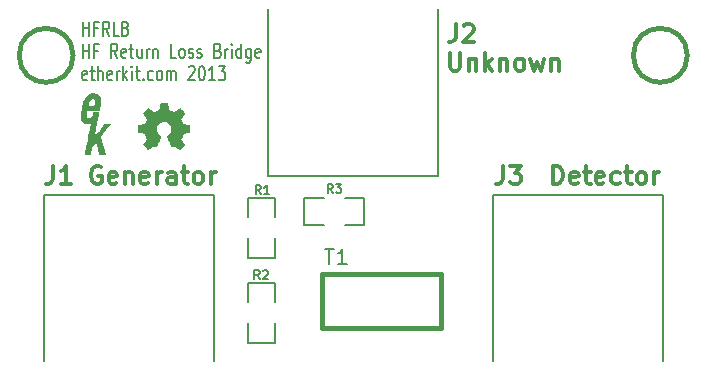
<source format=gto>
G04 (created by PCBNEW (2013-mar-13)-testing) date Sun 08 Sep 2013 12:49:30 PM PDT*
%MOIN*%
G04 Gerber Fmt 3.4, Leading zero omitted, Abs format*
%FSLAX34Y34*%
G01*
G70*
G90*
G04 APERTURE LIST*
%ADD10C,0.005906*%
%ADD11C,0.007874*%
%ADD12C,0.005000*%
%ADD13C,0.015000*%
%ADD14C,0.000100*%
%ADD15C,0.012000*%
G04 APERTURE END LIST*
G54D10*
G54D11*
X42170Y-40292D02*
X42170Y-39820D01*
X42170Y-40044D02*
X42373Y-40044D01*
X42373Y-40292D02*
X42373Y-39820D01*
X42660Y-40044D02*
X42542Y-40044D01*
X42542Y-40292D02*
X42542Y-39820D01*
X42710Y-39820D01*
X43048Y-40292D02*
X42930Y-40067D01*
X42845Y-40292D02*
X42845Y-39820D01*
X42980Y-39820D01*
X43014Y-39842D01*
X43031Y-39865D01*
X43048Y-39910D01*
X43048Y-39977D01*
X43031Y-40022D01*
X43014Y-40044D01*
X42980Y-40067D01*
X42845Y-40067D01*
X43368Y-40292D02*
X43200Y-40292D01*
X43200Y-39820D01*
X43605Y-40044D02*
X43655Y-40067D01*
X43672Y-40089D01*
X43689Y-40134D01*
X43689Y-40202D01*
X43672Y-40247D01*
X43655Y-40269D01*
X43622Y-40292D01*
X43487Y-40292D01*
X43487Y-39820D01*
X43605Y-39820D01*
X43638Y-39842D01*
X43655Y-39865D01*
X43672Y-39910D01*
X43672Y-39955D01*
X43655Y-40000D01*
X43638Y-40022D01*
X43605Y-40044D01*
X43487Y-40044D01*
X42170Y-41032D02*
X42170Y-40560D01*
X42170Y-40785D02*
X42373Y-40785D01*
X42373Y-41032D02*
X42373Y-40560D01*
X42660Y-40785D02*
X42542Y-40785D01*
X42542Y-41032D02*
X42542Y-40560D01*
X42710Y-40560D01*
X43318Y-41032D02*
X43200Y-40807D01*
X43115Y-41032D02*
X43115Y-40560D01*
X43250Y-40560D01*
X43284Y-40582D01*
X43301Y-40605D01*
X43318Y-40650D01*
X43318Y-40717D01*
X43301Y-40762D01*
X43284Y-40785D01*
X43250Y-40807D01*
X43115Y-40807D01*
X43605Y-41010D02*
X43571Y-41032D01*
X43503Y-41032D01*
X43470Y-41010D01*
X43453Y-40965D01*
X43453Y-40785D01*
X43470Y-40740D01*
X43503Y-40717D01*
X43571Y-40717D01*
X43605Y-40740D01*
X43622Y-40785D01*
X43622Y-40830D01*
X43453Y-40875D01*
X43723Y-40717D02*
X43858Y-40717D01*
X43773Y-40560D02*
X43773Y-40965D01*
X43790Y-41010D01*
X43824Y-41032D01*
X43858Y-41032D01*
X44128Y-40717D02*
X44128Y-41032D01*
X43976Y-40717D02*
X43976Y-40965D01*
X43993Y-41010D01*
X44026Y-41032D01*
X44077Y-41032D01*
X44111Y-41010D01*
X44128Y-40987D01*
X44296Y-41032D02*
X44296Y-40717D01*
X44296Y-40807D02*
X44313Y-40762D01*
X44330Y-40740D01*
X44364Y-40717D01*
X44398Y-40717D01*
X44516Y-40717D02*
X44516Y-41032D01*
X44516Y-40762D02*
X44533Y-40740D01*
X44566Y-40717D01*
X44617Y-40717D01*
X44651Y-40740D01*
X44668Y-40785D01*
X44668Y-41032D01*
X45275Y-41032D02*
X45106Y-41032D01*
X45106Y-40560D01*
X45444Y-41032D02*
X45410Y-41010D01*
X45393Y-40987D01*
X45376Y-40942D01*
X45376Y-40807D01*
X45393Y-40762D01*
X45410Y-40740D01*
X45444Y-40717D01*
X45494Y-40717D01*
X45528Y-40740D01*
X45545Y-40762D01*
X45562Y-40807D01*
X45562Y-40942D01*
X45545Y-40987D01*
X45528Y-41010D01*
X45494Y-41032D01*
X45444Y-41032D01*
X45697Y-41010D02*
X45731Y-41032D01*
X45798Y-41032D01*
X45832Y-41010D01*
X45849Y-40965D01*
X45849Y-40942D01*
X45832Y-40897D01*
X45798Y-40875D01*
X45748Y-40875D01*
X45714Y-40852D01*
X45697Y-40807D01*
X45697Y-40785D01*
X45714Y-40740D01*
X45748Y-40717D01*
X45798Y-40717D01*
X45832Y-40740D01*
X45984Y-41010D02*
X46017Y-41032D01*
X46085Y-41032D01*
X46119Y-41010D01*
X46136Y-40965D01*
X46136Y-40942D01*
X46119Y-40897D01*
X46085Y-40875D01*
X46034Y-40875D01*
X46001Y-40852D01*
X45984Y-40807D01*
X45984Y-40785D01*
X46001Y-40740D01*
X46034Y-40717D01*
X46085Y-40717D01*
X46119Y-40740D01*
X46676Y-40785D02*
X46726Y-40807D01*
X46743Y-40830D01*
X46760Y-40875D01*
X46760Y-40942D01*
X46743Y-40987D01*
X46726Y-41010D01*
X46692Y-41032D01*
X46557Y-41032D01*
X46557Y-40560D01*
X46676Y-40560D01*
X46709Y-40582D01*
X46726Y-40605D01*
X46743Y-40650D01*
X46743Y-40695D01*
X46726Y-40740D01*
X46709Y-40762D01*
X46676Y-40785D01*
X46557Y-40785D01*
X46912Y-41032D02*
X46912Y-40717D01*
X46912Y-40807D02*
X46929Y-40762D01*
X46946Y-40740D01*
X46979Y-40717D01*
X47013Y-40717D01*
X47131Y-41032D02*
X47131Y-40717D01*
X47131Y-40560D02*
X47114Y-40582D01*
X47131Y-40605D01*
X47148Y-40582D01*
X47131Y-40560D01*
X47131Y-40605D01*
X47452Y-41032D02*
X47452Y-40560D01*
X47452Y-41010D02*
X47418Y-41032D01*
X47350Y-41032D01*
X47317Y-41010D01*
X47300Y-40987D01*
X47283Y-40942D01*
X47283Y-40807D01*
X47300Y-40762D01*
X47317Y-40740D01*
X47350Y-40717D01*
X47418Y-40717D01*
X47452Y-40740D01*
X47772Y-40717D02*
X47772Y-41100D01*
X47755Y-41145D01*
X47739Y-41167D01*
X47705Y-41190D01*
X47654Y-41190D01*
X47620Y-41167D01*
X47772Y-41010D02*
X47739Y-41032D01*
X47671Y-41032D01*
X47637Y-41010D01*
X47620Y-40987D01*
X47604Y-40942D01*
X47604Y-40807D01*
X47620Y-40762D01*
X47637Y-40740D01*
X47671Y-40717D01*
X47739Y-40717D01*
X47772Y-40740D01*
X48076Y-41010D02*
X48042Y-41032D01*
X47975Y-41032D01*
X47941Y-41010D01*
X47924Y-40965D01*
X47924Y-40785D01*
X47941Y-40740D01*
X47975Y-40717D01*
X48042Y-40717D01*
X48076Y-40740D01*
X48093Y-40785D01*
X48093Y-40830D01*
X47924Y-40875D01*
X42305Y-41750D02*
X42272Y-41772D01*
X42204Y-41772D01*
X42170Y-41750D01*
X42154Y-41705D01*
X42154Y-41525D01*
X42170Y-41480D01*
X42204Y-41457D01*
X42272Y-41457D01*
X42305Y-41480D01*
X42322Y-41525D01*
X42322Y-41570D01*
X42154Y-41615D01*
X42424Y-41457D02*
X42559Y-41457D01*
X42474Y-41300D02*
X42474Y-41705D01*
X42491Y-41750D01*
X42525Y-41772D01*
X42559Y-41772D01*
X42677Y-41772D02*
X42677Y-41300D01*
X42829Y-41772D02*
X42829Y-41525D01*
X42812Y-41480D01*
X42778Y-41457D01*
X42727Y-41457D01*
X42694Y-41480D01*
X42677Y-41502D01*
X43132Y-41750D02*
X43098Y-41772D01*
X43031Y-41772D01*
X42997Y-41750D01*
X42980Y-41705D01*
X42980Y-41525D01*
X42997Y-41480D01*
X43031Y-41457D01*
X43098Y-41457D01*
X43132Y-41480D01*
X43149Y-41525D01*
X43149Y-41570D01*
X42980Y-41615D01*
X43301Y-41772D02*
X43301Y-41457D01*
X43301Y-41547D02*
X43318Y-41502D01*
X43335Y-41480D01*
X43368Y-41457D01*
X43402Y-41457D01*
X43520Y-41772D02*
X43520Y-41300D01*
X43554Y-41592D02*
X43655Y-41772D01*
X43655Y-41457D02*
X43520Y-41637D01*
X43807Y-41772D02*
X43807Y-41457D01*
X43807Y-41300D02*
X43790Y-41322D01*
X43807Y-41345D01*
X43824Y-41322D01*
X43807Y-41300D01*
X43807Y-41345D01*
X43925Y-41457D02*
X44060Y-41457D01*
X43976Y-41300D02*
X43976Y-41705D01*
X43993Y-41750D01*
X44026Y-41772D01*
X44060Y-41772D01*
X44178Y-41727D02*
X44195Y-41750D01*
X44178Y-41772D01*
X44161Y-41750D01*
X44178Y-41727D01*
X44178Y-41772D01*
X44499Y-41750D02*
X44465Y-41772D01*
X44398Y-41772D01*
X44364Y-41750D01*
X44347Y-41727D01*
X44330Y-41682D01*
X44330Y-41547D01*
X44347Y-41502D01*
X44364Y-41480D01*
X44398Y-41457D01*
X44465Y-41457D01*
X44499Y-41480D01*
X44701Y-41772D02*
X44668Y-41750D01*
X44651Y-41727D01*
X44634Y-41682D01*
X44634Y-41547D01*
X44651Y-41502D01*
X44668Y-41480D01*
X44701Y-41457D01*
X44752Y-41457D01*
X44786Y-41480D01*
X44803Y-41502D01*
X44820Y-41547D01*
X44820Y-41682D01*
X44803Y-41727D01*
X44786Y-41750D01*
X44752Y-41772D01*
X44701Y-41772D01*
X44971Y-41772D02*
X44971Y-41457D01*
X44971Y-41502D02*
X44988Y-41480D01*
X45022Y-41457D01*
X45073Y-41457D01*
X45106Y-41480D01*
X45123Y-41525D01*
X45123Y-41772D01*
X45123Y-41525D02*
X45140Y-41480D01*
X45174Y-41457D01*
X45224Y-41457D01*
X45258Y-41480D01*
X45275Y-41525D01*
X45275Y-41772D01*
X45697Y-41345D02*
X45714Y-41322D01*
X45748Y-41300D01*
X45832Y-41300D01*
X45866Y-41322D01*
X45883Y-41345D01*
X45899Y-41390D01*
X45899Y-41435D01*
X45883Y-41502D01*
X45680Y-41772D01*
X45899Y-41772D01*
X46119Y-41300D02*
X46152Y-41300D01*
X46186Y-41322D01*
X46203Y-41345D01*
X46220Y-41390D01*
X46237Y-41480D01*
X46237Y-41592D01*
X46220Y-41682D01*
X46203Y-41727D01*
X46186Y-41750D01*
X46152Y-41772D01*
X46119Y-41772D01*
X46085Y-41750D01*
X46068Y-41727D01*
X46051Y-41682D01*
X46034Y-41592D01*
X46034Y-41480D01*
X46051Y-41390D01*
X46068Y-41345D01*
X46085Y-41322D01*
X46119Y-41300D01*
X46574Y-41772D02*
X46372Y-41772D01*
X46473Y-41772D02*
X46473Y-41300D01*
X46439Y-41367D01*
X46406Y-41412D01*
X46372Y-41435D01*
X46692Y-41300D02*
X46912Y-41300D01*
X46794Y-41480D01*
X46844Y-41480D01*
X46878Y-41502D01*
X46895Y-41525D01*
X46912Y-41570D01*
X46912Y-41682D01*
X46895Y-41727D01*
X46878Y-41750D01*
X46844Y-41772D01*
X46743Y-41772D01*
X46709Y-41750D01*
X46692Y-41727D01*
G54D10*
X46535Y-51141D02*
X46535Y-45590D01*
X46535Y-45590D02*
X40865Y-45590D01*
X40865Y-45590D02*
X40865Y-51141D01*
X48346Y-39409D02*
X48346Y-44960D01*
X48346Y-44960D02*
X54016Y-44960D01*
X54016Y-44960D02*
X54016Y-39409D01*
X61496Y-51141D02*
X61496Y-45590D01*
X61496Y-45590D02*
X55826Y-45590D01*
X55826Y-45590D02*
X55826Y-51141D01*
G54D12*
X48560Y-45692D02*
X47660Y-45692D01*
X47660Y-45692D02*
X47660Y-46342D01*
X48560Y-47042D02*
X48560Y-47692D01*
X48560Y-47692D02*
X47660Y-47692D01*
X47660Y-47692D02*
X47660Y-47042D01*
X48560Y-46342D02*
X48560Y-45692D01*
X48560Y-48527D02*
X47660Y-48527D01*
X47660Y-48527D02*
X47660Y-49177D01*
X48560Y-49877D02*
X48560Y-50527D01*
X48560Y-50527D02*
X47660Y-50527D01*
X47660Y-50527D02*
X47660Y-49877D01*
X48560Y-49177D02*
X48560Y-48527D01*
X49551Y-45691D02*
X49551Y-46591D01*
X49551Y-46591D02*
X50201Y-46591D01*
X50901Y-45691D02*
X51551Y-45691D01*
X51551Y-45691D02*
X51551Y-46591D01*
X51551Y-46591D02*
X50901Y-46591D01*
X50201Y-45691D02*
X49551Y-45691D01*
G54D13*
X50157Y-48227D02*
X50157Y-50039D01*
X50157Y-50039D02*
X54094Y-50039D01*
X54094Y-50039D02*
X54094Y-48227D01*
X54094Y-48227D02*
X50157Y-48227D01*
X41844Y-40944D02*
G75*
G03X41844Y-40944I-900J0D01*
G74*
G01*
X62317Y-40944D02*
G75*
G03X62317Y-40944I-900J0D01*
G74*
G01*
G54D14*
G36*
X42827Y-44254D02*
X42843Y-44254D01*
X42893Y-44253D01*
X42926Y-44251D01*
X42938Y-44248D01*
X42936Y-44240D01*
X42929Y-44212D01*
X42916Y-44165D01*
X42900Y-44104D01*
X42880Y-44031D01*
X42841Y-43889D01*
X42820Y-43814D01*
X42803Y-43748D01*
X42789Y-43697D01*
X42780Y-43662D01*
X42777Y-43648D01*
X42777Y-43647D01*
X42788Y-43631D01*
X42811Y-43599D01*
X42845Y-43555D01*
X42887Y-43502D01*
X42935Y-43442D01*
X43093Y-43247D01*
X42891Y-43247D01*
X42725Y-43460D01*
X42703Y-43487D01*
X42657Y-43546D01*
X42617Y-43597D01*
X42585Y-43637D01*
X42565Y-43662D01*
X42557Y-43671D01*
X42558Y-43665D01*
X42563Y-43637D01*
X42572Y-43590D01*
X42584Y-43527D01*
X42599Y-43449D01*
X42616Y-43361D01*
X42635Y-43265D01*
X42648Y-43197D01*
X42667Y-43105D01*
X42683Y-43023D01*
X42696Y-42953D01*
X42706Y-42899D01*
X42713Y-42864D01*
X42715Y-42849D01*
X42715Y-42846D01*
X42710Y-42842D01*
X42695Y-42840D01*
X42665Y-42840D01*
X42615Y-42840D01*
X42515Y-42842D01*
X42505Y-42891D01*
X42494Y-42937D01*
X42478Y-42970D01*
X42455Y-42997D01*
X42439Y-43011D01*
X42411Y-43026D01*
X42376Y-43030D01*
X42374Y-43030D01*
X42346Y-43026D01*
X42323Y-43011D01*
X42319Y-43007D01*
X42304Y-42988D01*
X42298Y-42965D01*
X42301Y-42929D01*
X42310Y-42876D01*
X42318Y-42840D01*
X42324Y-42810D01*
X42326Y-42798D01*
X42332Y-42797D01*
X42358Y-42797D01*
X42387Y-42796D01*
X42387Y-42628D01*
X42367Y-42626D01*
X42360Y-42623D01*
X42359Y-42618D01*
X42361Y-42612D01*
X42367Y-42586D01*
X42375Y-42549D01*
X42379Y-42533D01*
X42390Y-42494D01*
X42401Y-42467D01*
X42404Y-42462D01*
X42432Y-42431D01*
X42470Y-42412D01*
X42511Y-42406D01*
X42546Y-42414D01*
X42571Y-42438D01*
X42572Y-42440D01*
X42579Y-42475D01*
X42577Y-42524D01*
X42568Y-42579D01*
X42557Y-42625D01*
X42457Y-42627D01*
X42424Y-42628D01*
X42387Y-42628D01*
X42387Y-42796D01*
X42402Y-42796D01*
X42459Y-42796D01*
X42527Y-42795D01*
X42727Y-42795D01*
X42731Y-42781D01*
X42732Y-42778D01*
X42741Y-42736D01*
X42751Y-42681D01*
X42762Y-42621D01*
X42773Y-42561D01*
X42781Y-42508D01*
X42787Y-42466D01*
X42790Y-42443D01*
X42789Y-42431D01*
X42775Y-42360D01*
X42740Y-42298D01*
X42690Y-42248D01*
X42627Y-42218D01*
X42620Y-42216D01*
X42573Y-42209D01*
X42518Y-42209D01*
X42469Y-42215D01*
X42422Y-42229D01*
X42350Y-42269D01*
X42284Y-42325D01*
X42230Y-42391D01*
X42193Y-42462D01*
X42190Y-42471D01*
X42182Y-42506D01*
X42171Y-42557D01*
X42157Y-42619D01*
X42143Y-42688D01*
X42129Y-42759D01*
X42116Y-42827D01*
X42105Y-42886D01*
X42097Y-42932D01*
X42093Y-42960D01*
X42093Y-43000D01*
X42101Y-43065D01*
X42121Y-43119D01*
X42129Y-43132D01*
X42175Y-43183D01*
X42237Y-43219D01*
X42309Y-43237D01*
X42386Y-43235D01*
X42395Y-43234D01*
X42423Y-43230D01*
X42435Y-43230D01*
X42435Y-43233D01*
X42431Y-43257D01*
X42422Y-43301D01*
X42410Y-43362D01*
X42395Y-43440D01*
X42378Y-43530D01*
X42358Y-43630D01*
X42325Y-43794D01*
X42304Y-43898D01*
X42285Y-43994D01*
X42269Y-44078D01*
X42255Y-44149D01*
X42245Y-44202D01*
X42239Y-44237D01*
X42238Y-44249D01*
X42239Y-44250D01*
X42257Y-44252D01*
X42292Y-44253D01*
X42339Y-44254D01*
X42380Y-44254D01*
X42413Y-44253D01*
X42430Y-44251D01*
X42438Y-44247D01*
X42440Y-44240D01*
X42442Y-44230D01*
X42449Y-44199D01*
X42457Y-44154D01*
X42468Y-44100D01*
X42471Y-44084D01*
X42485Y-44020D01*
X42496Y-43980D01*
X42504Y-43961D01*
X42508Y-43957D01*
X42538Y-43923D01*
X42569Y-43888D01*
X42598Y-43858D01*
X42618Y-43837D01*
X42626Y-43829D01*
X42628Y-43835D01*
X42634Y-43861D01*
X42643Y-43905D01*
X42655Y-43962D01*
X42668Y-44028D01*
X42678Y-44074D01*
X42691Y-44136D01*
X42701Y-44188D01*
X42709Y-44224D01*
X42712Y-44240D01*
X42713Y-44241D01*
X42715Y-44247D01*
X42723Y-44251D01*
X42741Y-44253D01*
X42774Y-44254D01*
X42827Y-44254D01*
X42827Y-44254D01*
G37*
G36*
X44350Y-44094D02*
X44359Y-44089D01*
X44380Y-44076D01*
X44409Y-44057D01*
X44444Y-44034D01*
X44478Y-44010D01*
X44507Y-43991D01*
X44527Y-43978D01*
X44535Y-43974D01*
X44540Y-43975D01*
X44556Y-43983D01*
X44580Y-43996D01*
X44594Y-44003D01*
X44616Y-44012D01*
X44627Y-44014D01*
X44629Y-44011D01*
X44637Y-43995D01*
X44649Y-43966D01*
X44666Y-43928D01*
X44685Y-43883D01*
X44705Y-43835D01*
X44726Y-43787D01*
X44745Y-43740D01*
X44762Y-43698D01*
X44776Y-43664D01*
X44785Y-43640D01*
X44788Y-43630D01*
X44787Y-43628D01*
X44776Y-43617D01*
X44757Y-43603D01*
X44716Y-43569D01*
X44675Y-43518D01*
X44650Y-43460D01*
X44641Y-43395D01*
X44648Y-43336D01*
X44672Y-43279D01*
X44712Y-43227D01*
X44761Y-43189D01*
X44817Y-43164D01*
X44881Y-43156D01*
X44942Y-43163D01*
X45000Y-43186D01*
X45052Y-43226D01*
X45074Y-43251D01*
X45104Y-43303D01*
X45121Y-43359D01*
X45123Y-43373D01*
X45120Y-43435D01*
X45102Y-43494D01*
X45070Y-43546D01*
X45025Y-43590D01*
X45019Y-43594D01*
X44998Y-43609D01*
X44984Y-43620D01*
X44973Y-43629D01*
X45051Y-43818D01*
X45064Y-43848D01*
X45085Y-43899D01*
X45104Y-43944D01*
X45120Y-43979D01*
X45130Y-44003D01*
X45135Y-44012D01*
X45135Y-44013D01*
X45142Y-44014D01*
X45156Y-44009D01*
X45183Y-43996D01*
X45200Y-43987D01*
X45220Y-43977D01*
X45229Y-43974D01*
X45237Y-43978D01*
X45256Y-43990D01*
X45284Y-44009D01*
X45318Y-44032D01*
X45350Y-44054D01*
X45379Y-44073D01*
X45401Y-44087D01*
X45411Y-44093D01*
X45413Y-44093D01*
X45422Y-44088D01*
X45439Y-44073D01*
X45465Y-44049D01*
X45501Y-44013D01*
X45507Y-44008D01*
X45537Y-43977D01*
X45561Y-43952D01*
X45577Y-43934D01*
X45583Y-43925D01*
X45583Y-43925D01*
X45578Y-43915D01*
X45564Y-43894D01*
X45545Y-43864D01*
X45521Y-43829D01*
X45458Y-43738D01*
X45493Y-43652D01*
X45503Y-43626D01*
X45517Y-43594D01*
X45527Y-43572D01*
X45532Y-43562D01*
X45541Y-43558D01*
X45564Y-43553D01*
X45598Y-43546D01*
X45639Y-43538D01*
X45678Y-43531D01*
X45712Y-43524D01*
X45738Y-43519D01*
X45749Y-43517D01*
X45752Y-43516D01*
X45754Y-43510D01*
X45755Y-43498D01*
X45756Y-43477D01*
X45757Y-43444D01*
X45757Y-43395D01*
X45757Y-43390D01*
X45756Y-43344D01*
X45756Y-43307D01*
X45754Y-43284D01*
X45753Y-43274D01*
X45753Y-43274D01*
X45742Y-43272D01*
X45717Y-43266D01*
X45682Y-43260D01*
X45641Y-43252D01*
X45638Y-43251D01*
X45597Y-43243D01*
X45562Y-43236D01*
X45538Y-43230D01*
X45527Y-43227D01*
X45525Y-43224D01*
X45517Y-43208D01*
X45505Y-43182D01*
X45491Y-43151D01*
X45478Y-43118D01*
X45466Y-43089D01*
X45458Y-43067D01*
X45456Y-43057D01*
X45456Y-43057D01*
X45462Y-43047D01*
X45476Y-43026D01*
X45496Y-42996D01*
X45521Y-42961D01*
X45522Y-42958D01*
X45546Y-42923D01*
X45566Y-42893D01*
X45578Y-42872D01*
X45583Y-42863D01*
X45583Y-42862D01*
X45575Y-42852D01*
X45557Y-42832D01*
X45532Y-42805D01*
X45501Y-42774D01*
X45491Y-42764D01*
X45457Y-42731D01*
X45434Y-42709D01*
X45419Y-42698D01*
X45412Y-42695D01*
X45412Y-42695D01*
X45401Y-42702D01*
X45379Y-42716D01*
X45349Y-42737D01*
X45313Y-42761D01*
X45311Y-42762D01*
X45276Y-42786D01*
X45247Y-42806D01*
X45226Y-42820D01*
X45217Y-42825D01*
X45215Y-42825D01*
X45201Y-42821D01*
X45176Y-42812D01*
X45146Y-42800D01*
X45113Y-42787D01*
X45084Y-42775D01*
X45062Y-42765D01*
X45051Y-42759D01*
X45051Y-42758D01*
X45047Y-42746D01*
X45041Y-42720D01*
X45034Y-42684D01*
X45026Y-42641D01*
X45024Y-42634D01*
X45016Y-42592D01*
X45010Y-42558D01*
X45005Y-42534D01*
X45002Y-42524D01*
X44996Y-42523D01*
X44976Y-42521D01*
X44945Y-42520D01*
X44907Y-42520D01*
X44868Y-42520D01*
X44829Y-42521D01*
X44796Y-42522D01*
X44773Y-42524D01*
X44763Y-42526D01*
X44762Y-42526D01*
X44759Y-42539D01*
X44753Y-42565D01*
X44746Y-42602D01*
X44737Y-42645D01*
X44736Y-42652D01*
X44728Y-42694D01*
X44721Y-42728D01*
X44716Y-42752D01*
X44713Y-42761D01*
X44710Y-42763D01*
X44692Y-42770D01*
X44664Y-42782D01*
X44630Y-42796D01*
X44550Y-42828D01*
X44451Y-42761D01*
X44442Y-42755D01*
X44407Y-42731D01*
X44378Y-42711D01*
X44358Y-42698D01*
X44349Y-42694D01*
X44349Y-42694D01*
X44339Y-42703D01*
X44319Y-42721D01*
X44293Y-42747D01*
X44262Y-42778D01*
X44239Y-42800D01*
X44212Y-42828D01*
X44194Y-42847D01*
X44185Y-42859D01*
X44182Y-42866D01*
X44183Y-42871D01*
X44189Y-42881D01*
X44203Y-42902D01*
X44224Y-42932D01*
X44248Y-42967D01*
X44267Y-42996D01*
X44289Y-43029D01*
X44303Y-43053D01*
X44307Y-43064D01*
X44306Y-43069D01*
X44299Y-43088D01*
X44288Y-43117D01*
X44273Y-43152D01*
X44239Y-43230D01*
X44188Y-43240D01*
X44157Y-43245D01*
X44113Y-43254D01*
X44072Y-43262D01*
X44007Y-43274D01*
X44005Y-43511D01*
X44015Y-43515D01*
X44025Y-43518D01*
X44049Y-43523D01*
X44083Y-43530D01*
X44123Y-43538D01*
X44157Y-43544D01*
X44192Y-43551D01*
X44217Y-43556D01*
X44228Y-43558D01*
X44231Y-43562D01*
X44239Y-43578D01*
X44252Y-43605D01*
X44265Y-43637D01*
X44279Y-43670D01*
X44291Y-43701D01*
X44300Y-43724D01*
X44303Y-43737D01*
X44298Y-43746D01*
X44285Y-43766D01*
X44266Y-43795D01*
X44243Y-43829D01*
X44219Y-43864D01*
X44199Y-43893D01*
X44186Y-43914D01*
X44180Y-43924D01*
X44183Y-43931D01*
X44196Y-43947D01*
X44222Y-43974D01*
X44261Y-44012D01*
X44267Y-44018D01*
X44298Y-44048D01*
X44324Y-44072D01*
X44342Y-44088D01*
X44350Y-44094D01*
X44350Y-44094D01*
G37*
G54D15*
X41177Y-44632D02*
X41177Y-45060D01*
X41149Y-45146D01*
X41092Y-45203D01*
X41006Y-45232D01*
X40949Y-45232D01*
X41777Y-45232D02*
X41435Y-45232D01*
X41606Y-45232D02*
X41606Y-44632D01*
X41549Y-44717D01*
X41492Y-44774D01*
X41435Y-44803D01*
X42773Y-44660D02*
X42716Y-44632D01*
X42631Y-44632D01*
X42545Y-44660D01*
X42488Y-44717D01*
X42459Y-44774D01*
X42431Y-44889D01*
X42431Y-44974D01*
X42459Y-45089D01*
X42488Y-45146D01*
X42545Y-45203D01*
X42631Y-45232D01*
X42688Y-45232D01*
X42773Y-45203D01*
X42802Y-45174D01*
X42802Y-44974D01*
X42688Y-44974D01*
X43288Y-45203D02*
X43231Y-45232D01*
X43116Y-45232D01*
X43059Y-45203D01*
X43031Y-45146D01*
X43031Y-44917D01*
X43059Y-44860D01*
X43116Y-44832D01*
X43231Y-44832D01*
X43288Y-44860D01*
X43316Y-44917D01*
X43316Y-44974D01*
X43031Y-45032D01*
X43573Y-44832D02*
X43573Y-45232D01*
X43573Y-44889D02*
X43602Y-44860D01*
X43659Y-44832D01*
X43745Y-44832D01*
X43802Y-44860D01*
X43831Y-44917D01*
X43831Y-45232D01*
X44345Y-45203D02*
X44288Y-45232D01*
X44173Y-45232D01*
X44116Y-45203D01*
X44088Y-45146D01*
X44088Y-44917D01*
X44116Y-44860D01*
X44173Y-44832D01*
X44288Y-44832D01*
X44345Y-44860D01*
X44373Y-44917D01*
X44373Y-44974D01*
X44088Y-45032D01*
X44631Y-45232D02*
X44631Y-44832D01*
X44631Y-44946D02*
X44659Y-44889D01*
X44688Y-44860D01*
X44745Y-44832D01*
X44802Y-44832D01*
X45259Y-45232D02*
X45259Y-44917D01*
X45231Y-44860D01*
X45173Y-44832D01*
X45059Y-44832D01*
X45002Y-44860D01*
X45259Y-45203D02*
X45202Y-45232D01*
X45059Y-45232D01*
X45002Y-45203D01*
X44973Y-45146D01*
X44973Y-45089D01*
X45002Y-45032D01*
X45059Y-45003D01*
X45202Y-45003D01*
X45259Y-44974D01*
X45459Y-44832D02*
X45688Y-44832D01*
X45545Y-44632D02*
X45545Y-45146D01*
X45573Y-45203D01*
X45631Y-45232D01*
X45688Y-45232D01*
X45973Y-45232D02*
X45916Y-45203D01*
X45888Y-45174D01*
X45859Y-45117D01*
X45859Y-44946D01*
X45888Y-44889D01*
X45916Y-44860D01*
X45973Y-44832D01*
X46059Y-44832D01*
X46116Y-44860D01*
X46145Y-44889D01*
X46173Y-44946D01*
X46173Y-45117D01*
X46145Y-45174D01*
X46116Y-45203D01*
X46059Y-45232D01*
X45973Y-45232D01*
X46431Y-45232D02*
X46431Y-44832D01*
X46431Y-44946D02*
X46459Y-44889D01*
X46488Y-44860D01*
X46545Y-44832D01*
X46602Y-44832D01*
X54603Y-39907D02*
X54603Y-40336D01*
X54574Y-40421D01*
X54517Y-40479D01*
X54431Y-40507D01*
X54374Y-40507D01*
X54860Y-39964D02*
X54888Y-39936D01*
X54946Y-39907D01*
X55088Y-39907D01*
X55146Y-39936D01*
X55174Y-39964D01*
X55203Y-40021D01*
X55203Y-40079D01*
X55174Y-40164D01*
X54831Y-40507D01*
X55203Y-40507D01*
X54406Y-40852D02*
X54406Y-41338D01*
X54434Y-41395D01*
X54463Y-41423D01*
X54520Y-41452D01*
X54634Y-41452D01*
X54691Y-41423D01*
X54720Y-41395D01*
X54749Y-41338D01*
X54749Y-40852D01*
X55034Y-41052D02*
X55034Y-41452D01*
X55034Y-41109D02*
X55063Y-41081D01*
X55120Y-41052D01*
X55206Y-41052D01*
X55263Y-41081D01*
X55291Y-41138D01*
X55291Y-41452D01*
X55577Y-41452D02*
X55577Y-40852D01*
X55634Y-41223D02*
X55806Y-41452D01*
X55806Y-41052D02*
X55577Y-41281D01*
X56063Y-41052D02*
X56063Y-41452D01*
X56063Y-41109D02*
X56091Y-41081D01*
X56149Y-41052D01*
X56234Y-41052D01*
X56291Y-41081D01*
X56320Y-41138D01*
X56320Y-41452D01*
X56691Y-41452D02*
X56634Y-41423D01*
X56606Y-41395D01*
X56577Y-41338D01*
X56577Y-41166D01*
X56606Y-41109D01*
X56634Y-41081D01*
X56691Y-41052D01*
X56777Y-41052D01*
X56834Y-41081D01*
X56863Y-41109D01*
X56891Y-41166D01*
X56891Y-41338D01*
X56863Y-41395D01*
X56834Y-41423D01*
X56777Y-41452D01*
X56691Y-41452D01*
X57091Y-41052D02*
X57206Y-41452D01*
X57320Y-41166D01*
X57434Y-41452D01*
X57549Y-41052D01*
X57777Y-41052D02*
X57777Y-41452D01*
X57777Y-41109D02*
X57806Y-41081D01*
X57863Y-41052D01*
X57949Y-41052D01*
X58006Y-41081D01*
X58034Y-41138D01*
X58034Y-41452D01*
X56177Y-44632D02*
X56177Y-45060D01*
X56149Y-45146D01*
X56092Y-45203D01*
X56006Y-45232D01*
X55949Y-45232D01*
X56406Y-44632D02*
X56777Y-44632D01*
X56577Y-44860D01*
X56663Y-44860D01*
X56720Y-44889D01*
X56749Y-44917D01*
X56777Y-44974D01*
X56777Y-45117D01*
X56749Y-45174D01*
X56720Y-45203D01*
X56663Y-45232D01*
X56492Y-45232D01*
X56435Y-45203D01*
X56406Y-45174D01*
X57838Y-45232D02*
X57838Y-44632D01*
X57981Y-44632D01*
X58066Y-44660D01*
X58124Y-44717D01*
X58152Y-44774D01*
X58181Y-44889D01*
X58181Y-44974D01*
X58152Y-45089D01*
X58124Y-45146D01*
X58066Y-45203D01*
X57981Y-45232D01*
X57838Y-45232D01*
X58666Y-45203D02*
X58609Y-45232D01*
X58495Y-45232D01*
X58438Y-45203D01*
X58409Y-45146D01*
X58409Y-44917D01*
X58438Y-44860D01*
X58495Y-44832D01*
X58609Y-44832D01*
X58666Y-44860D01*
X58695Y-44917D01*
X58695Y-44974D01*
X58409Y-45032D01*
X58866Y-44832D02*
X59095Y-44832D01*
X58952Y-44632D02*
X58952Y-45146D01*
X58981Y-45203D01*
X59038Y-45232D01*
X59095Y-45232D01*
X59524Y-45203D02*
X59466Y-45232D01*
X59352Y-45232D01*
X59295Y-45203D01*
X59266Y-45146D01*
X59266Y-44917D01*
X59295Y-44860D01*
X59352Y-44832D01*
X59466Y-44832D01*
X59524Y-44860D01*
X59552Y-44917D01*
X59552Y-44974D01*
X59266Y-45032D01*
X60066Y-45203D02*
X60009Y-45232D01*
X59895Y-45232D01*
X59838Y-45203D01*
X59809Y-45174D01*
X59781Y-45117D01*
X59781Y-44946D01*
X59809Y-44889D01*
X59838Y-44860D01*
X59895Y-44832D01*
X60009Y-44832D01*
X60066Y-44860D01*
X60238Y-44832D02*
X60466Y-44832D01*
X60324Y-44632D02*
X60324Y-45146D01*
X60352Y-45203D01*
X60409Y-45232D01*
X60466Y-45232D01*
X60752Y-45232D02*
X60695Y-45203D01*
X60666Y-45174D01*
X60638Y-45117D01*
X60638Y-44946D01*
X60666Y-44889D01*
X60695Y-44860D01*
X60752Y-44832D01*
X60838Y-44832D01*
X60895Y-44860D01*
X60924Y-44889D01*
X60952Y-44946D01*
X60952Y-45117D01*
X60924Y-45174D01*
X60895Y-45203D01*
X60838Y-45232D01*
X60752Y-45232D01*
X61209Y-45232D02*
X61209Y-44832D01*
X61209Y-44946D02*
X61238Y-44889D01*
X61266Y-44860D01*
X61324Y-44832D01*
X61381Y-44832D01*
G54D12*
X48099Y-45568D02*
X47999Y-45425D01*
X47928Y-45568D02*
X47928Y-45268D01*
X48042Y-45268D01*
X48071Y-45283D01*
X48085Y-45297D01*
X48099Y-45325D01*
X48099Y-45368D01*
X48085Y-45397D01*
X48071Y-45411D01*
X48042Y-45425D01*
X47928Y-45425D01*
X48385Y-45568D02*
X48213Y-45568D01*
X48299Y-45568D02*
X48299Y-45268D01*
X48271Y-45311D01*
X48242Y-45340D01*
X48213Y-45354D01*
X48060Y-48403D02*
X47960Y-48260D01*
X47888Y-48403D02*
X47888Y-48103D01*
X48003Y-48103D01*
X48031Y-48117D01*
X48045Y-48132D01*
X48060Y-48160D01*
X48060Y-48203D01*
X48045Y-48232D01*
X48031Y-48246D01*
X48003Y-48260D01*
X47888Y-48260D01*
X48174Y-48132D02*
X48188Y-48117D01*
X48217Y-48103D01*
X48288Y-48103D01*
X48317Y-48117D01*
X48331Y-48132D01*
X48345Y-48160D01*
X48345Y-48189D01*
X48331Y-48232D01*
X48160Y-48403D01*
X48345Y-48403D01*
X50501Y-45529D02*
X50401Y-45386D01*
X50329Y-45529D02*
X50329Y-45229D01*
X50444Y-45229D01*
X50472Y-45243D01*
X50486Y-45257D01*
X50501Y-45286D01*
X50501Y-45329D01*
X50486Y-45357D01*
X50472Y-45372D01*
X50444Y-45386D01*
X50329Y-45386D01*
X50601Y-45229D02*
X50786Y-45229D01*
X50686Y-45343D01*
X50729Y-45343D01*
X50758Y-45357D01*
X50772Y-45372D01*
X50786Y-45400D01*
X50786Y-45472D01*
X50772Y-45500D01*
X50758Y-45515D01*
X50729Y-45529D01*
X50644Y-45529D01*
X50615Y-45515D01*
X50601Y-45500D01*
G54D11*
X50239Y-47396D02*
X50532Y-47396D01*
X50386Y-47908D02*
X50386Y-47396D01*
X50971Y-47908D02*
X50678Y-47908D01*
X50824Y-47908D02*
X50824Y-47396D01*
X50776Y-47470D01*
X50727Y-47518D01*
X50678Y-47543D01*
M02*

</source>
